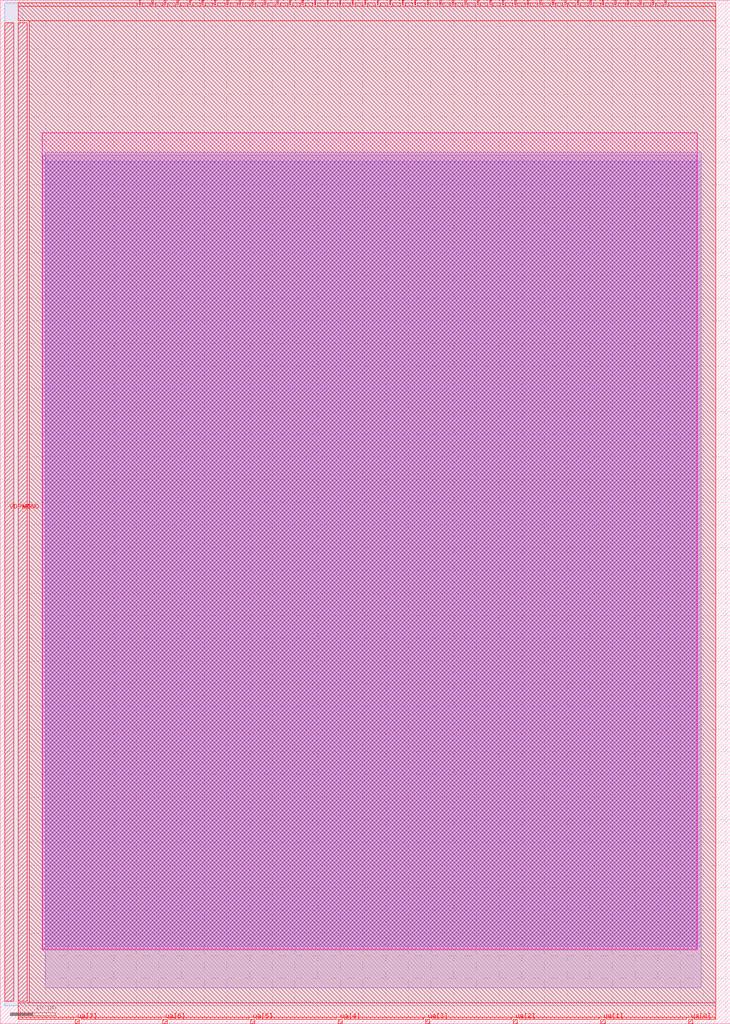
<source format=lef>
VERSION 5.7 ;
  NOWIREEXTENSIONATPIN ON ;
  DIVIDERCHAR "/" ;
  BUSBITCHARS "[]" ;
MACRO tt_um_Fully_Diff_Opamp
  CLASS BLOCK ;
  FOREIGN tt_um_Fully_Diff_Opamp ;
  ORIGIN 0.000 0.000 ;
  SIZE 161.000 BY 225.760 ;
  PIN clk
    DIRECTION INPUT ;
    USE SIGNAL ;
    ANTENNAGATEAREA 540.799988 ;
    ANTENNADIFFAREA 474.037537 ;
    PORT
      LAYER met4 ;
        RECT 143.830 224.760 144.130 225.760 ;
    END
  END clk
  PIN ena
    DIRECTION INPUT ;
    USE SIGNAL ;
    ANTENNAGATEAREA 540.799988 ;
    ANTENNADIFFAREA 474.037537 ;
    PORT
      LAYER met4 ;
        RECT 146.590 224.760 146.890 225.760 ;
    END
  END ena
  PIN rst_n
    DIRECTION INPUT ;
    USE SIGNAL ;
    ANTENNAGATEAREA 540.799988 ;
    ANTENNADIFFAREA 474.037537 ;
    PORT
      LAYER met4 ;
        RECT 141.070 224.760 141.370 225.760 ;
    END
  END rst_n
  PIN ua[0]
    DIRECTION INOUT ;
    USE SIGNAL ;
    ANTENNAGATEAREA 120.000000 ;
    PORT
      LAYER met4 ;
        RECT 151.810 0.000 152.710 1.000 ;
    END
  END ua[0]
  PIN ua[1]
    DIRECTION INOUT ;
    USE SIGNAL ;
    ANTENNAGATEAREA 200.000000 ;
    PORT
      LAYER met4 ;
        RECT 132.490 0.000 133.390 1.000 ;
    END
  END ua[1]
  PIN ua[2]
    DIRECTION INOUT ;
    USE SIGNAL ;
    ANTENNAGATEAREA 200.000000 ;
    PORT
      LAYER met4 ;
        RECT 113.170 0.000 114.070 1.000 ;
    END
  END ua[2]
  PIN ua[3]
    DIRECTION INOUT ;
    USE SIGNAL ;
    ANTENNADIFFAREA 0.580000 ;
    PORT
      LAYER met4 ;
        RECT 93.850 0.000 94.750 1.000 ;
    END
  END ua[3]
  PIN ua[4]
    DIRECTION INOUT ;
    USE SIGNAL ;
    ANTENNADIFFAREA 7.830000 ;
    PORT
      LAYER met4 ;
        RECT 74.530 0.000 75.430 1.000 ;
    END
  END ua[4]
  PIN ua[5]
    DIRECTION INOUT ;
    USE SIGNAL ;
    ANTENNADIFFAREA 7.830000 ;
    PORT
      LAYER met4 ;
        RECT 55.210 0.000 56.110 1.000 ;
    END
  END ua[5]
  PIN ua[6]
    DIRECTION INOUT ;
    USE SIGNAL ;
    PORT
      LAYER met4 ;
        RECT 35.890 0.000 36.790 1.000 ;
    END
  END ua[6]
  PIN ua[7]
    DIRECTION INOUT ;
    USE SIGNAL ;
    PORT
      LAYER met4 ;
        RECT 16.570 0.000 17.470 1.000 ;
    END
  END ua[7]
  PIN ui_in[0]
    DIRECTION INPUT ;
    USE SIGNAL ;
    ANTENNAGATEAREA 0.750000 ;
    PORT
      LAYER met4 ;
        RECT 138.310 224.760 138.610 225.760 ;
    END
  END ui_in[0]
  PIN ui_in[1]
    DIRECTION INPUT ;
    USE SIGNAL ;
    ANTENNAGATEAREA 0.750000 ;
    PORT
      LAYER met4 ;
        RECT 135.550 224.760 135.850 225.760 ;
    END
  END ui_in[1]
  PIN ui_in[2]
    DIRECTION INPUT ;
    USE SIGNAL ;
    ANTENNAGATEAREA 540.799988 ;
    ANTENNADIFFAREA 474.037537 ;
    PORT
      LAYER met4 ;
        RECT 132.790 224.760 133.090 225.760 ;
    END
  END ui_in[2]
  PIN ui_in[3]
    DIRECTION INPUT ;
    USE SIGNAL ;
    ANTENNAGATEAREA 540.799988 ;
    ANTENNADIFFAREA 474.037537 ;
    PORT
      LAYER met4 ;
        RECT 130.030 224.760 130.330 225.760 ;
    END
  END ui_in[3]
  PIN ui_in[4]
    DIRECTION INPUT ;
    USE SIGNAL ;
    ANTENNAGATEAREA 540.799988 ;
    ANTENNADIFFAREA 474.037537 ;
    PORT
      LAYER met4 ;
        RECT 127.270 224.760 127.570 225.760 ;
    END
  END ui_in[4]
  PIN ui_in[5]
    DIRECTION INPUT ;
    USE SIGNAL ;
    ANTENNAGATEAREA 540.799988 ;
    ANTENNADIFFAREA 474.037537 ;
    PORT
      LAYER met4 ;
        RECT 124.510 224.760 124.810 225.760 ;
    END
  END ui_in[5]
  PIN ui_in[6]
    DIRECTION INPUT ;
    USE SIGNAL ;
    ANTENNAGATEAREA 540.799988 ;
    ANTENNADIFFAREA 474.037537 ;
    PORT
      LAYER met4 ;
        RECT 121.750 224.760 122.050 225.760 ;
    END
  END ui_in[6]
  PIN ui_in[7]
    DIRECTION INPUT ;
    USE SIGNAL ;
    ANTENNAGATEAREA 540.799988 ;
    ANTENNADIFFAREA 474.037537 ;
    PORT
      LAYER met4 ;
        RECT 118.990 224.760 119.290 225.760 ;
    END
  END ui_in[7]
  PIN uio_in[0]
    DIRECTION INPUT ;
    USE SIGNAL ;
    ANTENNAGATEAREA 540.799988 ;
    ANTENNADIFFAREA 474.037537 ;
    PORT
      LAYER met4 ;
        RECT 116.230 224.760 116.530 225.760 ;
    END
  END uio_in[0]
  PIN uio_in[1]
    DIRECTION INPUT ;
    USE SIGNAL ;
    ANTENNAGATEAREA 540.799988 ;
    ANTENNADIFFAREA 474.037537 ;
    PORT
      LAYER met4 ;
        RECT 113.470 224.760 113.770 225.760 ;
    END
  END uio_in[1]
  PIN uio_in[2]
    DIRECTION INPUT ;
    USE SIGNAL ;
    ANTENNAGATEAREA 540.799988 ;
    ANTENNADIFFAREA 474.037537 ;
    PORT
      LAYER met4 ;
        RECT 110.710 224.760 111.010 225.760 ;
    END
  END uio_in[2]
  PIN uio_in[3]
    DIRECTION INPUT ;
    USE SIGNAL ;
    ANTENNAGATEAREA 540.799988 ;
    ANTENNADIFFAREA 474.037537 ;
    PORT
      LAYER met4 ;
        RECT 107.950 224.760 108.250 225.760 ;
    END
  END uio_in[3]
  PIN uio_in[4]
    DIRECTION INPUT ;
    USE SIGNAL ;
    ANTENNAGATEAREA 540.799988 ;
    ANTENNADIFFAREA 474.037537 ;
    PORT
      LAYER met4 ;
        RECT 105.190 224.760 105.490 225.760 ;
    END
  END uio_in[4]
  PIN uio_in[5]
    DIRECTION INPUT ;
    USE SIGNAL ;
    ANTENNAGATEAREA 540.799988 ;
    ANTENNADIFFAREA 474.037537 ;
    PORT
      LAYER met4 ;
        RECT 102.430 224.760 102.730 225.760 ;
    END
  END uio_in[5]
  PIN uio_in[6]
    DIRECTION INPUT ;
    USE SIGNAL ;
    ANTENNAGATEAREA 540.799988 ;
    ANTENNADIFFAREA 474.037537 ;
    PORT
      LAYER met4 ;
        RECT 99.670 224.760 99.970 225.760 ;
    END
  END uio_in[6]
  PIN uio_in[7]
    DIRECTION INPUT ;
    USE SIGNAL ;
    ANTENNAGATEAREA 540.799988 ;
    ANTENNADIFFAREA 474.037537 ;
    PORT
      LAYER met4 ;
        RECT 96.910 224.760 97.210 225.760 ;
    END
  END uio_in[7]
  PIN uio_oe[0]
    DIRECTION OUTPUT ;
    USE SIGNAL ;
    ANTENNAGATEAREA 540.799988 ;
    ANTENNADIFFAREA 474.037537 ;
    PORT
      LAYER met4 ;
        RECT 49.990 224.760 50.290 225.760 ;
    END
  END uio_oe[0]
  PIN uio_oe[1]
    DIRECTION OUTPUT ;
    USE SIGNAL ;
    ANTENNAGATEAREA 540.799988 ;
    ANTENNADIFFAREA 474.037537 ;
    PORT
      LAYER met4 ;
        RECT 47.230 224.760 47.530 225.760 ;
    END
  END uio_oe[1]
  PIN uio_oe[2]
    DIRECTION OUTPUT ;
    USE SIGNAL ;
    ANTENNAGATEAREA 540.799988 ;
    ANTENNADIFFAREA 474.037537 ;
    PORT
      LAYER met4 ;
        RECT 44.470 224.760 44.770 225.760 ;
    END
  END uio_oe[2]
  PIN uio_oe[3]
    DIRECTION OUTPUT ;
    USE SIGNAL ;
    ANTENNAGATEAREA 540.799988 ;
    ANTENNADIFFAREA 474.037537 ;
    PORT
      LAYER met4 ;
        RECT 41.710 224.760 42.010 225.760 ;
    END
  END uio_oe[3]
  PIN uio_oe[4]
    DIRECTION OUTPUT ;
    USE SIGNAL ;
    ANTENNAGATEAREA 540.799988 ;
    ANTENNADIFFAREA 474.037537 ;
    PORT
      LAYER met4 ;
        RECT 38.950 224.760 39.250 225.760 ;
    END
  END uio_oe[4]
  PIN uio_oe[5]
    DIRECTION OUTPUT ;
    USE SIGNAL ;
    ANTENNAGATEAREA 540.799988 ;
    ANTENNADIFFAREA 474.037537 ;
    PORT
      LAYER met4 ;
        RECT 36.190 224.760 36.490 225.760 ;
    END
  END uio_oe[5]
  PIN uio_oe[6]
    DIRECTION OUTPUT ;
    USE SIGNAL ;
    ANTENNAGATEAREA 540.799988 ;
    ANTENNADIFFAREA 474.037537 ;
    PORT
      LAYER met4 ;
        RECT 33.430 224.760 33.730 225.760 ;
    END
  END uio_oe[6]
  PIN uio_oe[7]
    DIRECTION OUTPUT ;
    USE SIGNAL ;
    ANTENNAGATEAREA 540.799988 ;
    ANTENNADIFFAREA 474.037537 ;
    PORT
      LAYER met4 ;
        RECT 30.670 224.760 30.970 225.760 ;
    END
  END uio_oe[7]
  PIN uio_out[0]
    DIRECTION OUTPUT ;
    USE SIGNAL ;
    ANTENNAGATEAREA 540.799988 ;
    ANTENNADIFFAREA 474.037537 ;
    PORT
      LAYER met4 ;
        RECT 72.070 224.760 72.370 225.760 ;
    END
  END uio_out[0]
  PIN uio_out[1]
    DIRECTION OUTPUT ;
    USE SIGNAL ;
    ANTENNAGATEAREA 540.799988 ;
    ANTENNADIFFAREA 474.037537 ;
    PORT
      LAYER met4 ;
        RECT 69.310 224.760 69.610 225.760 ;
    END
  END uio_out[1]
  PIN uio_out[2]
    DIRECTION OUTPUT ;
    USE SIGNAL ;
    ANTENNAGATEAREA 540.799988 ;
    ANTENNADIFFAREA 474.037537 ;
    PORT
      LAYER met4 ;
        RECT 66.550 224.760 66.850 225.760 ;
    END
  END uio_out[2]
  PIN uio_out[3]
    DIRECTION OUTPUT ;
    USE SIGNAL ;
    ANTENNAGATEAREA 540.799988 ;
    ANTENNADIFFAREA 474.037537 ;
    PORT
      LAYER met4 ;
        RECT 63.790 224.760 64.090 225.760 ;
    END
  END uio_out[3]
  PIN uio_out[4]
    DIRECTION OUTPUT ;
    USE SIGNAL ;
    ANTENNAGATEAREA 540.799988 ;
    ANTENNADIFFAREA 474.037537 ;
    PORT
      LAYER met4 ;
        RECT 61.030 224.760 61.330 225.760 ;
    END
  END uio_out[4]
  PIN uio_out[5]
    DIRECTION OUTPUT ;
    USE SIGNAL ;
    ANTENNAGATEAREA 540.799988 ;
    ANTENNADIFFAREA 474.037537 ;
    PORT
      LAYER met4 ;
        RECT 58.270 224.760 58.570 225.760 ;
    END
  END uio_out[5]
  PIN uio_out[6]
    DIRECTION OUTPUT ;
    USE SIGNAL ;
    ANTENNAGATEAREA 540.799988 ;
    ANTENNADIFFAREA 474.037537 ;
    PORT
      LAYER met4 ;
        RECT 55.510 224.760 55.810 225.760 ;
    END
  END uio_out[6]
  PIN uio_out[7]
    DIRECTION OUTPUT ;
    USE SIGNAL ;
    ANTENNAGATEAREA 540.799988 ;
    ANTENNADIFFAREA 474.037537 ;
    PORT
      LAYER met4 ;
        RECT 52.750 224.760 53.050 225.760 ;
    END
  END uio_out[7]
  PIN uo_out[0]
    DIRECTION OUTPUT ;
    USE SIGNAL ;
    ANTENNAGATEAREA 540.799988 ;
    ANTENNADIFFAREA 474.037537 ;
    PORT
      LAYER met4 ;
        RECT 94.150 224.760 94.450 225.760 ;
    END
  END uo_out[0]
  PIN uo_out[1]
    DIRECTION OUTPUT ;
    USE SIGNAL ;
    ANTENNAGATEAREA 540.799988 ;
    ANTENNADIFFAREA 474.037537 ;
    PORT
      LAYER met4 ;
        RECT 91.390 224.760 91.690 225.760 ;
    END
  END uo_out[1]
  PIN uo_out[2]
    DIRECTION OUTPUT ;
    USE SIGNAL ;
    ANTENNAGATEAREA 540.799988 ;
    ANTENNADIFFAREA 474.037537 ;
    PORT
      LAYER met4 ;
        RECT 88.630 224.760 88.930 225.760 ;
    END
  END uo_out[2]
  PIN uo_out[3]
    DIRECTION OUTPUT ;
    USE SIGNAL ;
    ANTENNAGATEAREA 540.799988 ;
    ANTENNADIFFAREA 474.037537 ;
    PORT
      LAYER met4 ;
        RECT 85.870 224.760 86.170 225.760 ;
    END
  END uo_out[3]
  PIN uo_out[4]
    DIRECTION OUTPUT ;
    USE SIGNAL ;
    ANTENNAGATEAREA 540.799988 ;
    ANTENNADIFFAREA 474.037537 ;
    PORT
      LAYER met4 ;
        RECT 83.110 224.760 83.410 225.760 ;
    END
  END uo_out[4]
  PIN uo_out[5]
    DIRECTION OUTPUT ;
    USE SIGNAL ;
    ANTENNAGATEAREA 540.799988 ;
    ANTENNADIFFAREA 474.037537 ;
    PORT
      LAYER met4 ;
        RECT 80.350 224.760 80.650 225.760 ;
    END
  END uo_out[5]
  PIN uo_out[6]
    DIRECTION OUTPUT ;
    USE SIGNAL ;
    ANTENNAGATEAREA 540.799988 ;
    ANTENNADIFFAREA 474.037537 ;
    PORT
      LAYER met4 ;
        RECT 77.590 224.760 77.890 225.760 ;
    END
  END uo_out[6]
  PIN uo_out[7]
    DIRECTION OUTPUT ;
    USE SIGNAL ;
    ANTENNAGATEAREA 540.799988 ;
    ANTENNADIFFAREA 474.037537 ;
    PORT
      LAYER met4 ;
        RECT 74.830 224.760 75.130 225.760 ;
    END
  END uo_out[7]
  PIN VDPWR
    DIRECTION INOUT ;
    USE POWER ;
    PORT
      LAYER met4 ;
        RECT 1.000 5.000 3.000 220.760 ;
    END
  END VDPWR
  PIN VGND
    DIRECTION INOUT ;
    USE GROUND ;
    PORT
      LAYER met4 ;
        RECT 4.000 5.000 6.000 220.760 ;
    END
  END VGND
  OBS
      LAYER nwell ;
        RECT 9.220 16.370 153.765 196.465 ;
      LAYER li1 ;
        RECT 9.350 16.500 153.635 191.535 ;
      LAYER met1 ;
        RECT 9.950 17.100 154.650 190.215 ;
      LAYER met2 ;
        RECT 9.950 7.900 154.650 192.250 ;
      LAYER met3 ;
        RECT 1.000 4.000 157.850 225.200 ;
      LAYER met4 ;
        RECT 4.000 224.360 30.270 225.200 ;
        RECT 31.370 224.360 33.030 225.200 ;
        RECT 34.130 224.360 35.790 225.200 ;
        RECT 36.890 224.360 38.550 225.200 ;
        RECT 39.650 224.360 41.310 225.200 ;
        RECT 42.410 224.360 44.070 225.200 ;
        RECT 45.170 224.360 46.830 225.200 ;
        RECT 47.930 224.360 49.590 225.200 ;
        RECT 50.690 224.360 52.350 225.200 ;
        RECT 53.450 224.360 55.110 225.200 ;
        RECT 56.210 224.360 57.870 225.200 ;
        RECT 58.970 224.360 60.630 225.200 ;
        RECT 61.730 224.360 63.390 225.200 ;
        RECT 64.490 224.360 66.150 225.200 ;
        RECT 67.250 224.360 68.910 225.200 ;
        RECT 70.010 224.360 71.670 225.200 ;
        RECT 72.770 224.360 74.430 225.200 ;
        RECT 75.530 224.360 77.190 225.200 ;
        RECT 78.290 224.360 79.950 225.200 ;
        RECT 81.050 224.360 82.710 225.200 ;
        RECT 83.810 224.360 85.470 225.200 ;
        RECT 86.570 224.360 88.230 225.200 ;
        RECT 89.330 224.360 90.990 225.200 ;
        RECT 92.090 224.360 93.750 225.200 ;
        RECT 94.850 224.360 96.510 225.200 ;
        RECT 97.610 224.360 99.270 225.200 ;
        RECT 100.370 224.360 102.030 225.200 ;
        RECT 103.130 224.360 104.790 225.200 ;
        RECT 105.890 224.360 107.550 225.200 ;
        RECT 108.650 224.360 110.310 225.200 ;
        RECT 111.410 224.360 113.070 225.200 ;
        RECT 114.170 224.360 115.830 225.200 ;
        RECT 116.930 224.360 118.590 225.200 ;
        RECT 119.690 224.360 121.350 225.200 ;
        RECT 122.450 224.360 124.110 225.200 ;
        RECT 125.210 224.360 126.870 225.200 ;
        RECT 127.970 224.360 129.630 225.200 ;
        RECT 130.730 224.360 132.390 225.200 ;
        RECT 133.490 224.360 135.150 225.200 ;
        RECT 136.250 224.360 137.910 225.200 ;
        RECT 139.010 224.360 140.670 225.200 ;
        RECT 141.770 224.360 143.430 225.200 ;
        RECT 144.530 224.360 146.190 225.200 ;
        RECT 147.290 224.360 157.850 225.200 ;
        RECT 4.000 221.160 157.850 224.360 ;
        RECT 6.400 4.600 157.850 221.160 ;
        RECT 4.000 1.400 157.850 4.600 ;
        RECT 4.000 1.000 16.170 1.400 ;
        RECT 17.870 1.000 35.490 1.400 ;
        RECT 37.190 1.000 54.810 1.400 ;
        RECT 56.510 1.000 74.130 1.400 ;
        RECT 75.830 1.000 93.450 1.400 ;
        RECT 95.150 1.000 112.770 1.400 ;
        RECT 114.470 1.000 132.090 1.400 ;
        RECT 133.790 1.000 151.410 1.400 ;
        RECT 153.110 1.000 157.850 1.400 ;
  END
END tt_um_Fully_Diff_Opamp
END LIBRARY


</source>
